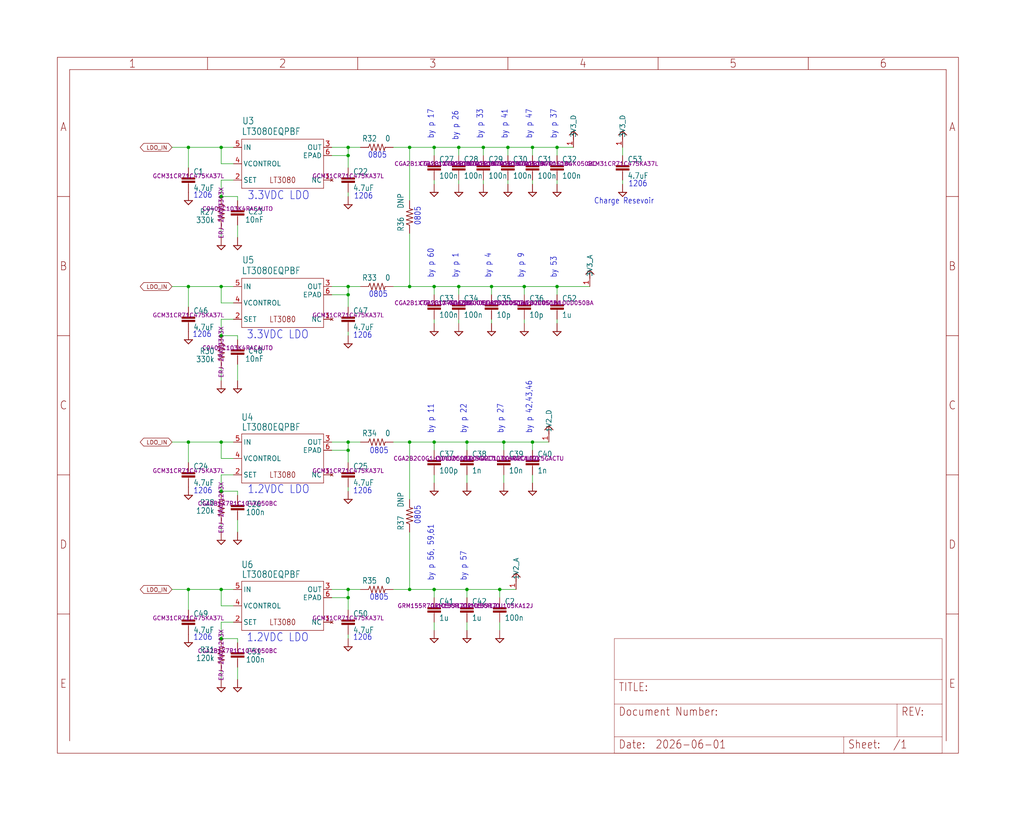
<source format=kicad_sch>
(kicad_sch (version 20250114) (generator "eeschema") (generator_version "9.0")
  (paper "User" 317.5 254.127)
  (lib_symbols
    (symbol "AR9271_eval-eagle-import:1V2_A" (power)
      (symbol "1V2_A_1_0"
        (polyline (pts (xy 0 0) (xy -1.27 -1.27)) (stroke (width 0.254)))
        (polyline (pts (xy 0 0) (xy 0 -2.54)) (stroke (width 0.254)))
        (polyline (pts (xy 0 0) (xy 1.27 -1.27)) (stroke (width 0.254)))
        (pin power_in line (at 0 -5.08 90) (length 2.54) (name "1V2_A") (number "1"))
      )
    )
    (symbol "AR9271_eval-eagle-import:1V2_D" (power)
      (symbol "1V2_D_1_0"
        (polyline (pts (xy 0 0) (xy -1.27 -1.27)) (stroke (width 0.254)))
        (polyline (pts (xy 0 0) (xy 0 -2.54)) (stroke (width 0.254)))
        (polyline (pts (xy 0 0) (xy 1.27 -1.27)) (stroke (width 0.254)))
        (pin power_in line (at 0 -5.08 90) (length 2.54) (name "1V2_D") (number "1"))
      )
    )
    (symbol "AR9271_eval-eagle-import:3V3_A" (power)
      (symbol "3V3_A_1_0"
        (polyline (pts (xy 0 0) (xy -1.27 -1.27)) (stroke (width 0.254)))
        (polyline (pts (xy 0 0) (xy 0 -2.54)) (stroke (width 0.254)))
        (polyline (pts (xy 0 0) (xy 1.27 -1.27)) (stroke (width 0.254)))
        (pin power_in line (at 0 -5.08 90) (length 2.54) (name "3V3_A") (number "1"))
      )
    )
    (symbol "AR9271_eval-eagle-import:3V3_D" (power)
      (symbol "3V3_D_1_0"
        (polyline (pts (xy 0 0) (xy -1.27 -1.27)) (stroke (width 0.254)))
        (polyline (pts (xy 0 0) (xy 0 -2.54)) (stroke (width 0.254)))
        (polyline (pts (xy 0 0) (xy 1.27 -1.27)) (stroke (width 0.254)))
        (pin power_in line (at 0 -5.08 90) (length 2.54) (name "3V3_D") (number "1"))
      )
    )
    (symbol "AR9271_eval-eagle-import:C-EU0402-B-NOSILK"
      (property "Reference" "C" (at 1.524 0.381 0))
      (symbol "C-EU0402-B-NOSILK_1_0"
        (rectangle (start -2.032 -1.016) (end 2.032 -0.508) (fill (type outline)))
        (rectangle (start -2.032 -2.032) (end 2.032 -1.524) (fill (type outline)))
        (polyline (pts (xy 0 0) (xy 0 -0.508)) (stroke (width 0.1524)))
        (polyline (pts (xy 0 -2.54) (xy 0 -2.032)) (stroke (width 0.1524)))
        (pin passive line (at 0 2.54 270) (length 2.54) (name "1") (number "1"))
        (pin passive line (at 0 -5.08 90) (length 2.54) (name "2") (number "2"))
      )
    )
    (symbol "AR9271_eval-eagle-import:FRAME_A_L"
      (symbol "FRAME_A_L_1_0"
        (polyline (pts (xy 0 215.9) (xy 279.4 215.9) (xy 279.4 0) (xy 0 0) (xy 0 215.9)))
        (polyline (pts (xy 0 172.72) (xy 3.81 172.72)))
        (polyline (pts (xy 0 129.54) (xy 3.81 129.54)))
        (polyline (pts (xy 0 86.36) (xy 3.81 86.36)))
        (polyline (pts (xy 0 43.18) (xy 3.81 43.18)))
        (polyline (pts (xy 3.81 212.09) (xy 3.81 3.81)))
        (polyline (pts (xy 46.5667 215.9) (xy 46.5667 212.09)))
        (polyline (pts (xy 93.1333 215.9) (xy 93.1333 212.09)))
        (polyline (pts (xy 139.7 215.9) (xy 139.7 212.09)))
        (polyline (pts (xy 186.2667 215.9) (xy 186.2667 212.09)))
        (polyline (pts (xy 232.8333 215.9) (xy 232.8333 212.09)))
        (polyline (pts (xy 275.59 212.09) (xy 3.81 212.09)))
        (polyline (pts (xy 275.59 212.09) (xy 275.59 3.81)))
        (polyline (pts (xy 275.59 172.72) (xy 279.4 172.72)))
        (polyline (pts (xy 275.59 129.54) (xy 279.4 129.54)))
        (polyline (pts (xy 275.59 86.36) (xy 279.4 86.36)))
        (polyline (pts (xy 275.59 43.18) (xy 279.4 43.18)))
        (text "A" (at 1.905 194.31 0) (effects (font (size 2.54 2.286))))
        (text "B" (at 1.905 151.13 0) (effects (font (size 2.54 2.286))))
        (text "C" (at 1.905 107.95 0) (effects (font (size 2.54 2.286))))
        (text "D" (at 1.905 64.77 0) (effects (font (size 2.54 2.286))))
        (text "E" (at 1.905 21.59 0) (effects (font (size 2.54 2.286))))
        (text "1" (at 23.2833 213.995 0) (effects (font (size 2.54 2.286))))
        (text "2" (at 69.85 213.995 0) (effects (font (size 2.54 2.286))))
        (text "3" (at 116.4167 213.995 0) (effects (font (size 2.54 2.286))))
        (text "4" (at 162.9833 213.995 0) (effects (font (size 2.54 2.286))))
        (text "5" (at 209.55 213.995 0) (effects (font (size 2.54 2.286))))
        (text "6" (at 256.1167 213.995 0) (effects (font (size 2.54 2.286))))
        (text "A" (at 277.495 194.31 0) (effects (font (size 2.54 2.286))))
        (text "B" (at 277.495 151.13 0) (effects (font (size 2.54 2.286))))
        (text "C" (at 277.495 107.95 0) (effects (font (size 2.54 2.286))))
        (text "D" (at 277.495 64.77 0) (effects (font (size 2.54 2.286))))
        (text "E" (at 277.495 21.59 0) (effects (font (size 2.54 2.286))))
      )
      (symbol "FRAME_A_L_2_0"
        (polyline (pts (xy 0 22.86) (xy 0 35.56)) (stroke (width 0.1016)))
        (polyline (pts (xy 0 22.86) (xy 101.6 22.86)) (stroke (width 0.1016)))
        (polyline (pts (xy 0 15.24) (xy 0 22.86)) (stroke (width 0.1016)))
        (polyline (pts (xy 0 5.08) (xy 0 15.24)) (stroke (width 0.1016)))
        (polyline (pts (xy 0 5.08) (xy 71.12 5.08)) (stroke (width 0.1016)))
        (polyline (pts (xy 0 0) (xy 0 5.08)) (stroke (width 0.1016)))
        (polyline (pts (xy 0 0) (xy 71.12 0)) (stroke (width 0.1016)))
        (polyline (pts (xy 71.12 5.08) (xy 71.12 0)) (stroke (width 0.1016)))
        (polyline (pts (xy 71.12 5.08) (xy 87.63 5.08)) (stroke (width 0.1016)))
        (polyline (pts (xy 71.12 0) (xy 101.6 0)) (stroke (width 0.1016)))
        (polyline (pts (xy 87.63 15.24) (xy 0 15.24)) (stroke (width 0.1016)))
        (polyline (pts (xy 87.63 15.24) (xy 87.63 5.08)) (stroke (width 0.1016)))
        (polyline (pts (xy 87.63 5.08) (xy 101.6 5.08)) (stroke (width 0.1016)))
        (polyline (pts (xy 101.6 35.56) (xy 0 35.56)) (stroke (width 0.1016)))
        (polyline (pts (xy 101.6 35.56) (xy 101.6 22.86)) (stroke (width 0.1016)))
        (polyline (pts (xy 101.6 22.86) (xy 101.6 15.24)) (stroke (width 0.1016)))
        (polyline (pts (xy 101.6 15.24) (xy 87.63 15.24)) (stroke (width 0.1016)))
        (polyline (pts (xy 101.6 15.24) (xy 101.6 5.08)) (stroke (width 0.1016)))
        (polyline (pts (xy 101.6 5.08) (xy 101.6 0)) (stroke (width 0.1016)))
        (text "TITLE:" (at 1.27 19.05 0) (effects (font (size 2.54 2.159)) (justify left bottom)))
        (text "Document Number:" (at 1.27 11.43 0) (effects (font (size 2.54 2.159)) (justify left bottom)))
        (text "Date:" (at 1.27 1.27 0) (effects (font (size 2.54 2.159)) (justify left bottom)))
        (text "${CURRENT_DATE}" (at 12.7 1.27 0) (effects (font (size 2.54 2.159)) (justify left bottom)))
        (text "${PROJECTNAME}" (at 17.78 19.05 0) (effects (font (size 2.54 2.159)) (justify left bottom)))
        (text "Sheet:" (at 72.39 1.27 0) (effects (font (size 2.54 2.159)) (justify left bottom)))
        (text "${#}/${##}" (at 86.36 1.27 0) (effects (font (size 2.54 2.159)) (justify left bottom)))
        (text "REV:" (at 88.9 11.43 0) (effects (font (size 2.54 2.159)) (justify left bottom)))
      )
    )
    (symbol "AR9271_eval-eagle-import:GND" (power)
      (symbol "GND_1_0"
        (polyline (pts (xy -1.27 0) (xy 1.27 0)) (stroke (width 0.254)))
        (polyline (pts (xy 0 -1.27) (xy -1.27 0)) (stroke (width 0.254)))
        (polyline (pts (xy 1.27 0) (xy 0 -1.27)) (stroke (width 0.254)))
        (pin power_in line (at 0 2.54 270) (length 2.54) (name "GND") (number "1"))
      )
    )
    (symbol "AR9271_eval-eagle-import:LT3080EQPBF"
      (property "Reference" "U" (at -5.08 12.7 0))
      (symbol "LT3080EQPBF_1_0"
        (polyline (pts (xy -12.7 7.62) (xy -12.7 -7.62)) (stroke (width 0.1524)))
        (polyline (pts (xy -12.7 -7.62) (xy 12.7 -7.62)) (stroke (width 0.1524)))
        (polyline (pts (xy 12.7 7.62) (xy -12.7 7.62)) (stroke (width 0.1524)))
        (polyline (pts (xy 12.7 -7.62) (xy 12.7 7.62)) (stroke (width 0.1524)))
        (text "LT3080" (at 0 -5.08 0) (effects (font (size 1.778 1.5113))))
        (pin power_in line (at -15.24 5.08 0) (length 2.54) (name "IN") (number "5"))
        (pin input line (at -15.24 0 0) (length 2.54) (name "VCONTROL") (number "4"))
        (pin input line (at -15.24 -5.08 0) (length 2.54) (name "SET") (number "2"))
        (pin power_in line (at 15.24 5.08 180) (length 2.54) (name "OUT") (number "3"))
        (pin power_in line (at 15.24 2.54 180) (length 2.54) (name "EPAD") (number "6"))
        (pin no_connect line (at 15.24 -5.08 180) (length 2.54) (name "NC") (number "1"))
      )
    )
    (symbol "AR9271_eval-eagle-import:R-US_0402-A-NOSILK"
      (property "Reference" "R" (at -3.81 1.4986 0))
      (symbol "R-US_0402-A-NOSILK_1_0"
        (polyline (pts (xy -2.54 0) (xy -2.159 1.016)) (stroke (width 0.2032)))
        (polyline (pts (xy -2.159 1.016) (xy -1.524 -1.016)) (stroke (width 0.2032)))
        (polyline (pts (xy -1.524 -1.016) (xy -0.889 1.016)) (stroke (width 0.2032)))
        (polyline (pts (xy -0.889 1.016) (xy -0.254 -1.016)) (stroke (width 0.2032)))
        (polyline (pts (xy -0.254 -1.016) (xy 0.381 1.016)) (stroke (width 0.2032)))
        (polyline (pts (xy 0.381 1.016) (xy 1.016 -1.016)) (stroke (width 0.2032)))
        (polyline (pts (xy 1.016 -1.016) (xy 1.651 1.016)) (stroke (width 0.2032)))
        (polyline (pts (xy 1.651 1.016) (xy 2.286 -1.016)) (stroke (width 0.2032)))
        (polyline (pts (xy 2.286 -1.016) (xy 2.54 0)) (stroke (width 0.2032)))
        (pin passive line (at -5.08 0 0) (length 2.54) (name "1") (number "1"))
        (pin passive line (at 5.08 0 180) (length 2.54) (name "2") (number "2"))
      )
    )
    (symbol "AR9271_eval-eagle-import:R-US_0805-B"
      (property "Reference" "R" (at -3.81 1.4986 0))
      (symbol "R-US_0805-B_1_0"
        (polyline (pts (xy -2.54 0) (xy -2.159 1.016)) (stroke (width 0.2032)))
        (polyline (pts (xy -2.159 1.016) (xy -1.524 -1.016)) (stroke (width 0.2032)))
        (polyline (pts (xy -1.524 -1.016) (xy -0.889 1.016)) (stroke (width 0.2032)))
        (polyline (pts (xy -0.889 1.016) (xy -0.254 -1.016)) (stroke (width 0.2032)))
        (polyline (pts (xy -0.254 -1.016) (xy 0.381 1.016)) (stroke (width 0.2032)))
        (polyline (pts (xy 0.381 1.016) (xy 1.016 -1.016)) (stroke (width 0.2032)))
        (polyline (pts (xy 1.016 -1.016) (xy 1.651 1.016)) (stroke (width 0.2032)))
        (polyline (pts (xy 1.651 1.016) (xy 2.286 -1.016)) (stroke (width 0.2032)))
        (polyline (pts (xy 2.286 -1.016) (xy 2.54 0)) (stroke (width 0.2032)))
        (pin passive line (at -5.08 0 0) (length 2.54) (name "1") (number "1"))
        (pin passive line (at 5.08 0 180) (length 2.54) (name "2") (number "2"))
      )
    )
    (symbol "AR9271_eval-eagle-import:rcl_334_C-EUC1206"
      (property "Reference" "C" (at 1.524 0.381 0))
      (symbol "rcl_334_C-EUC1206_1_0"
        (rectangle (start -2.032 -1.016) (end 2.032 -0.508) (fill (type outline)))
        (rectangle (start -2.032 -2.032) (end 2.032 -1.524) (fill (type outline)))
        (polyline (pts (xy 0 0) (xy 0 -0.508)) (stroke (width 0.1524)))
        (polyline (pts (xy 0 -2.54) (xy 0 -2.032)) (stroke (width 0.1524)))
        (pin passive line (at 0 2.54 270) (length 2.54) (name "1") (number "1"))
        (pin passive line (at 0 -5.08 90) (length 2.54) (name "2") (number "2"))
      )
    )
  )
  (text "by p 11" (at 134.62 134.62 90) (effects (font (size 1.778 1.5113)) (justify left bottom)))
  (text "1206" (at 59.944 153.416 0) (effects (font (size 1.778 1.5113)) (justify left bottom)))
  (text "by p 4" (at 152.4 86.36 90) (effects (font (size 1.778 1.5113)) (justify left bottom)))
  (text "by p 33" (at 149.86 43.18 90) (effects (font (size 1.778 1.5113)) (justify left bottom)))
  (text "by p 57" (at 144.78 180.34 90) (effects (font (size 1.778 1.5113)) (justify left bottom)))
  (text "by p 17" (at 134.62 43.18 90) (effects (font (size 1.778 1.5113)) (justify left bottom)))
  (text "1206" (at 109.474 198.882 0) (effects (font (size 1.778 1.5113)) (justify left bottom)))
  (text "by p 1" (at 142.24 86.36 90) (effects (font (size 1.778 1.5113)) (justify left bottom)))
  (text "by p 56, 59,61" (at 134.62 180.34 90) (effects (font (size 1.778 1.5113)) (justify left bottom)))
  (text "3.3VDC LDO" (at 76.708 62.23 0) (effects (font (size 2.54 2.159)) (justify left bottom)))
  (text "by p 60" (at 134.62 86.36 90) (effects (font (size 1.778 1.5113)) (justify left bottom)))
  (text "0805" (at 114.046 49.276 0) (effects (font (size 1.778 1.5113)) (justify left bottom)))
  (text "1206" (at 59.944 198.882 0) (effects (font (size 1.778 1.5113)) (justify left bottom)))
  (text "1206" (at 59.69 104.902 0) (effects (font (size 1.778 1.5113)) (justify left bottom)))
  (text "1.2VDC LDO" (at 76.708 153.416 0) (effects (font (size 2.54 2.159)) (justify left bottom)))
  (text "0805" (at 114.554 186.436 0) (effects (font (size 1.778 1.5113)) (justify left bottom)))
  (text "by p 42,43,46" (at 165.1 134.62 90) (effects (font (size 1.778 1.5113)) (justify left bottom)))
  (text "1206" (at 59.944 61.722 0) (effects (font (size 1.778 1.5113)) (justify left bottom)))
  (text "1206" (at 109.474 153.416 0) (effects (font (size 1.778 1.5113)) (justify left bottom)))
  (text "1.2VDC LDO" (at 76.454 199.39 0) (effects (font (size 2.54 2.159)) (justify left bottom)))
  (text "by p 9" (at 162.56 86.36 90) (effects (font (size 1.778 1.5113)) (justify left bottom)))
  (text "by p 47" (at 165.1 43.18 90) (effects (font (size 1.778 1.5113)) (justify left bottom)))
  (text "3.3VDC LDO" (at 76.454 105.41 0) (effects (font (size 2.54 2.159)) (justify left bottom)))
  (text "1206" (at 194.818 58.166 0) (effects (font (size 1.778 1.5113)) (justify left bottom)))
  (text "1206" (at 109.728 61.976 0) (effects (font (size 1.778 1.5113)) (justify left bottom)))
  (text "1206" (at 109.474 105.156 0) (effects (font (size 1.778 1.5113)) (justify left bottom)))
  (text "by p 37" (at 172.72 43.18 90) (effects (font (size 1.778 1.5113)) (justify left bottom)))
  (text "Charge Resevoir" (at 184.15 63.5 0) (effects (font (size 1.778 1.5113)) (justify left bottom)))
  (text "0805" (at 114.3 92.456 0) (effects (font (size 1.778 1.5113)) (justify left bottom)))
  (text "by p 27" (at 156.21 134.62 90) (effects (font (size 1.778 1.5113)) (justify left bottom)))
  (text "by 53" (at 172.72 86.36 90) (effects (font (size 1.778 1.5113)) (justify left bottom)))
  (text "by p 22" (at 144.78 134.62 90) (effects (font (size 1.778 1.5113)) (justify left bottom)))
  (text "0805" (at 114.554 140.97 0) (effects (font (size 1.778 1.5113)) (justify left bottom)))
  (text "by p 26" (at 142.24 43.688 90) (effects (font (size 1.778 1.5113)) (justify left bottom)))
  (text "0805" (at 130.556 70.104 90) (effects (font (size 1.778 1.5113)) (justify left bottom)))
  (text "0805" (at 130.556 162.814 90) (effects (font (size 1.778 1.5113)) (justify left bottom)))
  (text "by p 41" (at 157.48 43.18 90) (effects (font (size 1.778 1.5113)) (justify left bottom)))
  (junction (at 107.95 182.88))
  (junction (at 142.24 45.72))
  (junction (at 127 88.9))
  (junction (at 134.62 88.9))
  (junction (at 68.58 60.96))
  (junction (at 107.95 139.7))
  (junction (at 144.78 137.16))
  (junction (at 152.4 88.9))
  (junction (at 134.62 137.16))
  (junction (at 68.58 182.88))
  (junction (at 68.58 45.72))
  (junction (at 68.58 152.4))
  (junction (at 172.72 88.9))
  (junction (at 107.95 45.72))
  (junction (at 107.95 48.26))
  (junction (at 134.62 182.88))
  (junction (at 127 137.16))
  (junction (at 58.42 45.72))
  (junction (at 58.42 137.16))
  (junction (at 58.42 88.9))
  (junction (at 107.95 91.44))
  (junction (at 162.56 88.9))
  (junction (at 127 182.88))
  (junction (at 134.62 45.72))
  (junction (at 68.58 88.9))
  (junction (at 68.58 137.16))
  (junction (at 68.58 198.12))
  (junction (at 165.1 137.16))
  (junction (at 142.24 88.9))
  (junction (at 172.72 45.72))
  (junction (at 156.21 137.16))
  (junction (at 149.86 45.72))
  (junction (at 58.42 182.88))
  (junction (at 165.1 45.72))
  (junction (at 144.78 182.88))
  (junction (at 107.95 137.16))
  (junction (at 68.58 104.14))
  (junction (at 107.95 185.42))
  (junction (at 107.95 88.9))
  (junction (at 127 45.72))
  (junction (at 157.48 45.72))
  (junction (at 154.94 182.88))
  (wire (pts (xy 127 88.9) (xy 127 72.39)) (stroke (width 0.1524)))
  (wire (pts (xy 134.62 182.88) (xy 144.78 182.88)) (stroke (width 0.1524)))
  (wire (pts (xy 73.66 104.14) (xy 68.58 104.14)) (stroke (width 0.1524)))
  (wire (pts (xy 172.72 91.44) (xy 172.72 88.9)) (stroke (width 0.1524)))
  (wire (pts (xy 134.62 55.88) (xy 134.62 57.15)) (stroke (width 0.1524)))
  (wire (pts (xy 172.72 55.88) (xy 172.72 57.15)) (stroke (width 0.1524)))
  (wire (pts (xy 107.95 60.96) (xy 107.95 59.69)) (stroke (width 0.1524)))
  (wire (pts (xy 172.72 48.26) (xy 172.72 45.72)) (stroke (width 0.1524)))
  (wire (pts (xy 165.1 55.88) (xy 165.1 57.15)) (stroke (width 0.1524)))
  (wire (pts (xy 134.62 195.58) (xy 134.62 193.04)) (stroke (width 0.1524)))
  (wire (pts (xy 154.94 195.58) (xy 154.94 193.04)) (stroke (width 0.1524)))
  (wire (pts (xy 142.24 48.26) (xy 142.24 45.72)) (stroke (width 0.1524)))
  (wire (pts (xy 162.56 100.33) (xy 162.56 99.06)) (stroke (width 0.1524)))
  (wire (pts (xy 102.87 45.72) (xy 107.95 45.72)) (stroke (width 0.1524)))
  (wire (pts (xy 134.62 88.9) (xy 142.24 88.9)) (stroke (width 0.1524)))
  (wire (pts (xy 68.58 142.24) (xy 72.39 142.24)) (stroke (width 0.1524)))
  (wire (pts (xy 156.21 139.7) (xy 156.21 137.16)) (stroke (width 0.1524)))
  (wire (pts (xy 73.66 113.03) (xy 73.66 118.11)) (stroke (width 0.1524)))
  (wire (pts (xy 68.58 99.06) (xy 68.58 104.14)) (stroke (width 0.1524)))
  (wire (pts (xy 68.58 45.72) (xy 68.58 50.8)) (stroke (width 0.1524)))
  (wire (pts (xy 127 165.1) (xy 127 182.88)) (stroke (width 0.1524)))
  (wire (pts (xy 73.66 60.96) (xy 68.58 60.96)) (stroke (width 0.1524)))
  (wire (pts (xy 102.87 88.9) (xy 107.95 88.9)) (stroke (width 0.1524)))
  (wire (pts (xy 154.94 182.88) (xy 144.78 182.88)) (stroke (width 0.1524)))
  (wire (pts (xy 68.58 193.04) (xy 68.58 198.12)) (stroke (width 0.1524)))
  (wire (pts (xy 157.48 48.26) (xy 157.48 45.72)) (stroke (width 0.1524)))
  (wire (pts (xy 68.58 182.88) (xy 68.58 187.96)) (stroke (width 0.1524)))
  (wire (pts (xy 107.95 137.16) (xy 111.76 137.16)) (stroke (width 0.1524)))
  (wire (pts (xy 102.87 48.26) (xy 107.95 48.26)) (stroke (width 0.1524)))
  (wire (pts (xy 134.62 91.44) (xy 134.62 88.9)) (stroke (width 0.1524)))
  (wire (pts (xy 72.39 45.72) (xy 68.58 45.72)) (stroke (width 0.1524)))
  (wire (pts (xy 73.66 199.39) (xy 73.66 198.12)) (stroke (width 0.1524)))
  (wire (pts (xy 134.62 185.42) (xy 134.62 182.88)) (stroke (width 0.1524)))
  (wire (pts (xy 107.95 104.14) (xy 107.95 102.87)) (stroke (width 0.1524)))
  (wire (pts (xy 68.58 147.32) (xy 68.58 152.4)) (stroke (width 0.1524)))
  (wire (pts (xy 144.78 193.04) (xy 144.78 195.58)) (stroke (width 0.1524)))
  (wire (pts (xy 193.04 57.15) (xy 193.04 55.88)) (stroke (width 0.1524)))
  (wire (pts (xy 142.24 55.88) (xy 142.24 57.15)) (stroke (width 0.1524)))
  (wire (pts (xy 73.66 69.85) (xy 73.66 73.66)) (stroke (width 0.1524)))
  (wire (pts (xy 58.42 52.07) (xy 58.42 45.72)) (stroke (width 0.1524)))
  (wire (pts (xy 102.87 91.44) (xy 107.95 91.44)) (stroke (width 0.1524)))
  (wire (pts (xy 142.24 91.44) (xy 142.24 88.9)) (stroke (width 0.1524)))
  (wire (pts (xy 144.78 137.16) (xy 156.21 137.16)) (stroke (width 0.1524)))
  (wire (pts (xy 149.86 48.26) (xy 149.86 45.72)) (stroke (width 0.1524)))
  (wire (pts (xy 121.92 88.9) (xy 127 88.9)) (stroke (width 0.1524)))
  (wire (pts (xy 177.8 45.72) (xy 172.72 45.72)) (stroke (width 0.1524)))
  (wire (pts (xy 107.95 52.07) (xy 107.95 48.26)) (stroke (width 0.1524)))
  (wire (pts (xy 58.42 95.25) (xy 58.42 88.9)) (stroke (width 0.1524)))
  (wire (pts (xy 73.66 198.12) (xy 68.58 198.12)) (stroke (width 0.1524)))
  (wire (pts (xy 73.66 207.01) (xy 73.66 210.82)) (stroke (width 0.1524)))
  (wire (pts (xy 73.66 62.23) (xy 73.66 60.96)) (stroke (width 0.1524)))
  (wire (pts (xy 72.39 182.88) (xy 68.58 182.88)) (stroke (width 0.1524)))
  (wire (pts (xy 156.21 137.16) (xy 165.1 137.16)) (stroke (width 0.1524)))
  (wire (pts (xy 107.95 139.7) (xy 107.95 137.16)) (stroke (width 0.1524)))
  (wire (pts (xy 107.95 88.9) (xy 111.76 88.9)) (stroke (width 0.1524)))
  (wire (pts (xy 182.88 88.9) (xy 172.72 88.9)) (stroke (width 0.1524)))
  (wire (pts (xy 156.21 149.86) (xy 156.21 147.32)) (stroke (width 0.1524)))
  (wire (pts (xy 127 154.94) (xy 127 137.16)) (stroke (width 0.1524)))
  (wire (pts (xy 152.4 88.9) (xy 162.56 88.9)) (stroke (width 0.1524)))
  (wire (pts (xy 149.86 45.72) (xy 157.48 45.72)) (stroke (width 0.1524)))
  (wire (pts (xy 127 182.88) (xy 134.62 182.88)) (stroke (width 0.1524)))
  (wire (pts (xy 127 88.9) (xy 134.62 88.9)) (stroke (width 0.1524)))
  (wire (pts (xy 58.42 189.23) (xy 58.42 182.88)) (stroke (width 0.1524)))
  (wire (pts (xy 68.58 45.72) (xy 58.42 45.72)) (stroke (width 0.1524)))
  (wire (pts (xy 121.92 182.88) (xy 127 182.88)) (stroke (width 0.1524)))
  (wire (pts (xy 58.42 88.9) (xy 53.34 88.9)) (stroke (width 0.1524)))
  (wire (pts (xy 107.95 91.44) (xy 107.95 88.9)) (stroke (width 0.1524)))
  (wire (pts (xy 68.58 88.9) (xy 68.58 93.98)) (stroke (width 0.1524)))
  (wire (pts (xy 68.58 187.96) (xy 72.39 187.96)) (stroke (width 0.1524)))
  (wire (pts (xy 193.04 45.72) (xy 193.04 48.26)) (stroke (width 0.1524)))
  (wire (pts (xy 165.1 45.72) (xy 172.72 45.72)) (stroke (width 0.1524)))
  (wire (pts (xy 72.39 55.88) (xy 68.58 55.88)) (stroke (width 0.1524)))
  (wire (pts (xy 107.95 152.4) (xy 107.95 151.13)) (stroke (width 0.1524)))
  (wire (pts (xy 107.95 185.42) (xy 107.95 182.88)) (stroke (width 0.1524)))
  (wire (pts (xy 162.56 88.9) (xy 162.56 91.44)) (stroke (width 0.1524)))
  (wire (pts (xy 142.24 45.72) (xy 149.86 45.72)) (stroke (width 0.1524)))
  (wire (pts (xy 134.62 45.72) (xy 142.24 45.72)) (stroke (width 0.1524)))
  (wire (pts (xy 134.62 48.26) (xy 134.62 45.72)) (stroke (width 0.1524)))
  (wire (pts (xy 144.78 147.32) (xy 144.78 149.86)) (stroke (width 0.1524)))
  (wire (pts (xy 160.02 182.88) (xy 154.94 182.88)) (stroke (width 0.1524)))
  (wire (pts (xy 165.1 48.26) (xy 165.1 45.72)) (stroke (width 0.1524)))
  (wire (pts (xy 149.86 55.88) (xy 149.86 57.15)) (stroke (width 0.1524)))
  (wire (pts (xy 152.4 91.44) (xy 152.4 88.9)) (stroke (width 0.1524)))
  (wire (pts (xy 165.1 139.7) (xy 165.1 137.16)) (stroke (width 0.1524)))
  (wire (pts (xy 102.87 139.7) (xy 107.95 139.7)) (stroke (width 0.1524)))
  (wire (pts (xy 68.58 88.9) (xy 58.42 88.9)) (stroke (width 0.1524)))
  (wire (pts (xy 68.58 182.88) (xy 58.42 182.88)) (stroke (width 0.1524)))
  (wire (pts (xy 157.48 55.88) (xy 157.48 57.15)) (stroke (width 0.1524)))
  (wire (pts (xy 107.95 45.72) (xy 111.76 45.72)) (stroke (width 0.1524)))
  (wire (pts (xy 170.18 137.16) (xy 165.1 137.16)) (stroke (width 0.1524)))
  (wire (pts (xy 68.58 137.16) (xy 68.58 142.24)) (stroke (width 0.1524)))
  (wire (pts (xy 107.95 189.23) (xy 107.95 185.42)) (stroke (width 0.1524)))
  (wire (pts (xy 72.39 88.9) (xy 68.58 88.9)) (stroke (width 0.1524)))
  (wire (pts (xy 72.39 147.32) (xy 68.58 147.32)) (stroke (width 0.1524)))
  (wire (pts (xy 58.42 143.51) (xy 58.42 137.16)) (stroke (width 0.1524)))
  (wire (pts (xy 142.24 88.9) (xy 152.4 88.9)) (stroke (width 0.1524)))
  (wire (pts (xy 107.95 95.25) (xy 107.95 91.44)) (stroke (width 0.1524)))
  (wire (pts (xy 68.58 165.1) (xy 68.58 162.56)) (stroke (width 0.1524)))
  (wire (pts (xy 107.95 182.88) (xy 111.76 182.88)) (stroke (width 0.1524)))
  (wire (pts (xy 121.92 137.16) (xy 127 137.16)) (stroke (width 0.1524)))
  (wire (pts (xy 121.92 45.72) (xy 127 45.72)) (stroke (width 0.1524)))
  (wire (pts (xy 157.48 45.72) (xy 165.1 45.72)) (stroke (width 0.1524)))
  (wire (pts (xy 58.42 182.88) (xy 53.34 182.88)) (stroke (width 0.1524)))
  (wire (pts (xy 102.87 185.42) (xy 107.95 185.42)) (stroke (width 0.1524)))
  (wire (pts (xy 172.72 100.33) (xy 172.72 99.06)) (stroke (width 0.1524)))
  (wire (pts (xy 72.39 99.06) (xy 68.58 99.06)) (stroke (width 0.1524)))
  (wire (pts (xy 172.72 88.9) (xy 162.56 88.9)) (stroke (width 0.1524)))
  (wire (pts (xy 68.58 137.16) (xy 58.42 137.16)) (stroke (width 0.1524)))
  (wire (pts (xy 68.58 50.8) (xy 72.39 50.8)) (stroke (width 0.1524)))
  (wire (pts (xy 68.58 55.88) (xy 68.58 60.96)) (stroke (width 0.1524)))
  (wire (pts (xy 102.87 137.16) (xy 107.95 137.16)) (stroke (width 0.1524)))
  (wire (pts (xy 58.42 137.16) (xy 53.34 137.16)) (stroke (width 0.1524)))
  (wire (pts (xy 134.62 139.7) (xy 134.62 137.16)) (stroke (width 0.1524)))
  (wire (pts (xy 58.42 45.72) (xy 53.34 45.72)) (stroke (width 0.1524)))
  (wire (pts (xy 154.94 185.42) (xy 154.94 182.88)) (stroke (width 0.1524)))
  (wire (pts (xy 68.58 93.98) (xy 72.39 93.98)) (stroke (width 0.1524)))
  (wire (pts (xy 107.95 48.26) (xy 107.95 45.72)) (stroke (width 0.1524)))
  (wire (pts (xy 68.58 73.66) (xy 68.58 71.12)) (stroke (width 0.1524)))
  (wire (pts (xy 107.95 198.12) (xy 107.95 196.85)) (stroke (width 0.1524)))
  (wire (pts (xy 73.66 153.67) (xy 73.66 152.4)) (stroke (width 0.1524)))
  (wire (pts (xy 107.95 143.51) (xy 107.95 139.7)) (stroke (width 0.1524)))
  (wire (pts (xy 73.66 105.41) (xy 73.66 104.14)) (stroke (width 0.1524)))
  (wire (pts (xy 134.62 100.33) (xy 134.62 99.06)) (stroke (width 0.1524)))
  (wire (pts (xy 142.24 99.06) (xy 142.24 100.33)) (stroke (width 0.1524)))
  (wire (pts (xy 73.66 161.29) (xy 73.66 165.1)) (stroke (width 0.1524)))
  (wire (pts (xy 152.4 100.33) (xy 152.4 99.06)) (stroke (width 0.1524)))
  (wire (pts (xy 72.39 137.16) (xy 68.58 137.16)) (stroke (width 0.1524)))
  (wire (pts (xy 127 137.16) (xy 134.62 137.16)) (stroke (width 0.1524)))
  (wire (pts (xy 144.78 139.7) (xy 144.78 137.16)) (stroke (width 0.1524)))
  (wire (pts (xy 73.66 152.4) (xy 68.58 152.4)) (stroke (width 0.1524)))
  (wire (pts (xy 127 45.72) (xy 134.62 45.72)) (stroke (width 0.1524)))
  (wire (pts (xy 144.78 182.88) (xy 144.78 185.42)) (stroke (width 0.1524)))
  (wire (pts (xy 165.1 147.32) (xy 165.1 149.86)) (stroke (width 0.1524)))
  (wire (pts (xy 134.62 137.16) (xy 144.78 137.16)) (stroke (width 0.1524)))
  (wire (pts (xy 127 62.23) (xy 127 45.72)) (stroke (width 0.1524)))
  (wire (pts (xy 134.62 149.86) (xy 134.62 147.32)) (stroke (width 0.1524)))
  (wire (pts (xy 68.58 118.11) (xy 68.58 114.3)) (stroke (width 0.1524)))
  (wire (pts (xy 102.87 182.88) (xy 107.95 182.88)) (stroke (width 0.1524)))
  (wire (pts (xy 72.39 193.04) (xy 68.58 193.04)) (stroke (width 0.1524)))
  (wire (pts (xy 68.58 210.82) (xy 68.58 208.28)) (stroke (width 0.1524)))
  (global_label "LDO_IN" (shape bidirectional) (at 53.34 137.16 180) (effects (font (size 1.2446 1.2446))) (property "Intersheetrefs" "${INTERSHEET_REFS}" (effects (hide yes))))
  (global_label "LDO_IN" (shape bidirectional) (at 53.34 45.72 180) (effects (font (size 1.2446 1.2446))) (property "Intersheetrefs" "${INTERSHEET_REFS}" (effects (hide yes))))
  (global_label "LDO_IN" (shape bidirectional) (at 53.34 182.88 180) (effects (font (size 1.2446 1.2446))) (property "Intersheetrefs" "${INTERSHEET_REFS}" (effects (hide yes))))
  (global_label "LDO_IN" (shape bidirectional) (at 53.34 88.9 180) (effects (font (size 1.2446 1.2446))) (property "Intersheetrefs" "${INTERSHEET_REFS}" (effects (hide yes))))
  (symbol (lib_id "AR9271_eval-eagle-import:rcl_334_C-EUC1206") (at 193.04 50.8 0) (unit 1)
    (property "Reference" "C53" (at 194.564 50.419 0) (effects (font (size 1.778 1.5113)) (justify left bottom)))
    (property "Value" "4.7uF" (at 194.564 55.499 0) (effects (font (size 1.778 1.5113)) (justify left bottom)))
    (property "Footprint" "AR9271_eval:C1206" (effects (hide yes)))
    (property "MPN" "GCM31CR71C475KA37L" (at 193.04 50.8 0))
  )
  (symbol (lib_id "AR9271_eval-eagle-import:LT3080EQPBF") (at 87.63 93.98 0) (unit 1)
    (property "Reference" "U5" (at 75.0316 81.8134 0) (effects (font (size 2.0828 1.7703)) (justify left bottom)))
    (property "Value" "LT3080EQPBF" (at 74.9046 85.1154 0) (effects (font (size 2.0828 1.7703)) (justify left bottom)))
    (property "Footprint" "AR9271_eval:DDPAK-5_Q" (effects (hide yes)))
  )
  (symbol (lib_id "AR9271_eval-eagle-import:GND") (at 142.24 59.69 0) (unit 1)
    (property "Reference" "#SUPPLY52" (effects (hide yes)))
    (property "Value" "GND" (effects (hide yes)))
  )
  (symbol (lib_id "AR9271_eval-eagle-import:C-EU0402-B-NOSILK") (at 142.24 50.8 0) (unit 1)
    (property "Reference" "C28" (at 143.764 50.419 0) (effects (font (size 1.778 1.5113)) (justify left bottom)))
    (property "Value" "100n" (at 143.764 55.499 0) (effects (font (size 1.778 1.5113)) (justify left bottom)))
    (property "Footprint" "AR9271_eval:.0402-B-NOSILK" (effects (hide yes)))
    (property "MPN" "CGA2B1X7R1C104K050BC" (at 142.24 50.8 0))
  )
  (symbol (lib_id "AR9271_eval-eagle-import:R-US_0402-A-NOSILK") (at 68.58 109.22 90) (unit 1)
    (property "Reference" "R30" (at 66.5734 107.95 90) (effects (font (size 1.778 1.5113)) (justify left bottom)))
    (property "Value" "330k" (at 66.548 110.49 90) (effects (font (size 1.778 1.5113)) (justify left bottom)))
    (property "Footprint" "AR9271_eval:.0402-A-NOSILK" (effects (hide yes)))
    (property "MPN" "ERJ-2RKF3303X" (at 68.58 109.22 0))
  )
  (symbol (lib_id "AR9271_eval-eagle-import:C-EU0402-B-NOSILK") (at 144.78 142.24 0) (unit 1)
    (property "Reference" "C38" (at 146.304 141.859 0) (effects (font (size 1.778 1.5113)) (justify left bottom)))
    (property "Value" "1n" (at 146.304 146.939 0) (effects (font (size 1.778 1.5113)) (justify left bottom)))
    (property "Footprint" "AR9271_eval:.0402-B-NOSILK" (effects (hide yes)))
    (property "MPN" "C0402C102K5GACTU" (at 144.78 142.24 0))
  )
  (symbol (lib_id "AR9271_eval-eagle-import:R-US_0805-B") (at 116.84 45.72 0) (unit 1)
    (property "Reference" "R32" (at 112.268 43.9674 0) (effects (font (size 1.778 1.5113)) (justify left bottom)))
    (property "Value" "0" (at 119.38 43.942 0) (effects (font (size 1.778 1.5113)) (justify left bottom)))
    (property "Footprint" "AR9271_eval:.0805-B" (effects (hide yes)))
    (property "MPN" "ERJ-6GEY0R00V" (effects (hide yes)))
  )
  (symbol (lib_id "AR9271_eval-eagle-import:GND") (at 134.62 102.87 0) (unit 1)
    (property "Reference" "#SUPPLY57" (effects (hide yes)))
    (property "Value" "GND" (effects (hide yes)))
  )
  (symbol (lib_id "AR9271_eval-eagle-import:GND") (at 172.72 102.87 0) (unit 1)
    (property "Reference" "#SUPPLY79" (effects (hide yes)))
    (property "Value" "GND" (effects (hide yes)))
  )
  (symbol (lib_id "AR9271_eval-eagle-import:rcl_334_C-EUC1206") (at 107.95 54.61 0) (unit 1)
    (property "Reference" "C22" (at 109.474 54.229 0) (effects (font (size 1.778 1.5113)) (justify left bottom)))
    (property "Value" "4.7uF" (at 109.474 59.309 0) (effects (font (size 1.778 1.5113)) (justify left bottom)))
    (property "Footprint" "AR9271_eval:C1206" (effects (hide yes)))
    (property "MPN" "GCM31CR71C475KA37L" (at 107.95 54.61 0))
  )
  (symbol (lib_id "AR9271_eval-eagle-import:rcl_334_C-EUC1206") (at 58.42 191.77 0) (unit 1)
    (property "Reference" "C49" (at 59.944 191.389 0) (effects (font (size 1.778 1.5113)) (justify left bottom)))
    (property "Value" "4.7uF" (at 59.944 196.469 0) (effects (font (size 1.778 1.5113)) (justify left bottom)))
    (property "Footprint" "AR9271_eval:C1206" (effects (hide yes)))
    (property "MPN" "GCM31CR71C475KA37L" (at 58.42 191.77 0))
  )
  (symbol (lib_id "AR9271_eval-eagle-import:GND") (at 68.58 213.36 0) (unit 1)
    (property "Reference" "#SUPPLY77" (effects (hide yes)))
    (property "Value" "GND" (effects (hide yes)))
  )
  (symbol (lib_id "AR9271_eval-eagle-import:GND") (at 149.86 59.69 0) (unit 1)
    (property "Reference" "#SUPPLY53" (effects (hide yes)))
    (property "Value" "GND" (effects (hide yes)))
  )
  (symbol (lib_id "AR9271_eval-eagle-import:GND") (at 68.58 167.64 0) (unit 1)
    (property "Reference" "#SUPPLY45" (effects (hide yes)))
    (property "Value" "GND" (effects (hide yes)))
  )
  (symbol (lib_id "AR9271_eval-eagle-import:C-EU0402-B-NOSILK") (at 134.62 93.98 0) (unit 1)
    (property "Reference" "C33" (at 136.144 93.599 0) (effects (font (size 1.778 1.5113)) (justify left bottom)))
    (property "Value" "100n" (at 136.144 98.679 0) (effects (font (size 1.778 1.5113)) (justify left bottom)))
    (property "Footprint" "AR9271_eval:.0402-B-NOSILK" (effects (hide yes)))
    (property "MPN" "CGA2B1X7R1C104K050BC" (at 134.62 93.98 0))
  )
  (symbol (lib_id "AR9271_eval-eagle-import:GND") (at 172.72 59.69 0) (unit 1)
    (property "Reference" "#SUPPLY56" (effects (hide yes)))
    (property "Value" "GND" (effects (hide yes)))
  )
  (symbol (lib_id "AR9271_eval-eagle-import:C-EU0402-B-NOSILK") (at 134.62 142.24 0) (unit 1)
    (property "Reference" "C37" (at 136.144 141.859 0) (effects (font (size 1.778 1.5113)) (justify left bottom)))
    (property "Value" "100p" (at 136.144 146.939 0) (effects (font (size 1.778 1.5113)) (justify left bottom)))
    (property "Footprint" "AR9271_eval:.0402-B-NOSILK" (effects (hide yes)))
    (property "MPN" "CGA2B2C0G1H101J050BA " (at 134.62 142.24 0))
  )
  (symbol (lib_id "AR9271_eval-eagle-import:FRAME_A_L") (at 190.5 233.68 0) (unit 2)
    (property "Reference" "#FRAME3" (effects (hide yes)))
    (property "Value" "FRAME_A_L" (effects (hide yes)))
  )
  (symbol (lib_id "AR9271_eval-eagle-import:GND") (at 107.95 106.68 0) (unit 1)
    (property "Reference" "#SUPPLY47" (effects (hide yes)))
    (property "Value" "GND" (effects (hide yes)))
  )
  (symbol (lib_id "AR9271_eval-eagle-import:C-EU0402-B-NOSILK") (at 165.1 142.24 0) (unit 1)
    (property "Reference" "C40" (at 166.624 141.859 0) (effects (font (size 1.778 1.5113)) (justify left bottom)))
    (property "Value" "1n" (at 166.624 146.939 0) (effects (font (size 1.778 1.5113)) (justify left bottom)))
    (property "Footprint" "AR9271_eval:.0402-B-NOSILK" (effects (hide yes)))
    (property "MPN" "C0402C102K5GACTU" (at 165.1 142.24 0))
  )
  (symbol (lib_id "AR9271_eval-eagle-import:C-EU0402-B-NOSILK") (at 172.72 93.98 0) (unit 1)
    (property "Reference" "C52" (at 174.244 93.599 0) (effects (font (size 1.778 1.5113)) (justify left bottom)))
    (property "Value" "1u" (at 174.244 98.679 0) (effects (font (size 1.778 1.5113)) (justify left bottom)))
    (property "Footprint" "AR9271_eval:.0402-B-NOSILK" (effects (hide yes)))
    (property "MPN" "CGA2B2C0G1H100D050BA  " (at 172.72 93.98 0))
  )
  (symbol (lib_id "AR9271_eval-eagle-import:FRAME_A_L") (at 17.78 233.68 0) (unit 1)
    (property "Reference" "#FRAME3" (effects (hide yes)))
    (property "Value" "FRAME_A_L" (effects (hide yes)))
  )
  (symbol (lib_id "AR9271_eval-eagle-import:GND") (at 73.66 213.36 0) (unit 1)
    (property "Reference" "#SUPPLY78" (effects (hide yes)))
    (property "Value" "GND" (effects (hide yes)))
  )
  (symbol (lib_id "AR9271_eval-eagle-import:GND") (at 58.42 153.67 0) (unit 1)
    (property "Reference" "#SUPPLY44" (effects (hide yes)))
    (property "Value" "GND" (effects (hide yes)))
  )
  (symbol (lib_id "AR9271_eval-eagle-import:C-EU0402-B-NOSILK") (at 142.24 93.98 0) (unit 1)
    (property "Reference" "C34" (at 143.764 93.599 0) (effects (font (size 1.778 1.5113)) (justify left bottom)))
    (property "Value" "100n" (at 143.764 98.679 0) (effects (font (size 1.778 1.5113)) (justify left bottom)))
    (property "Footprint" "AR9271_eval:.0402-B-NOSILK" (effects (hide yes)))
    (property "MPN" "CGA2B1X7R1C104K050BC" (at 142.24 93.98 0))
  )
  (symbol (lib_id "AR9271_eval-eagle-import:GND") (at 58.42 62.23 0) (unit 1)
    (property "Reference" "#SUPPLY40" (effects (hide yes)))
    (property "Value" "GND" (effects (hide yes)))
  )
  (symbol (lib_id "AR9271_eval-eagle-import:GND") (at 142.24 102.87 0) (unit 1)
    (property "Reference" "#SUPPLY58" (effects (hide yes)))
    (property "Value" "GND" (effects (hide yes)))
  )
  (symbol (lib_id "AR9271_eval-eagle-import:rcl_334_C-EUC1206") (at 107.95 97.79 0) (unit 1)
    (property "Reference" "C47" (at 109.474 97.409 0) (effects (font (size 1.778 1.5113)) (justify left bottom)))
    (property "Value" "4.7uF" (at 109.474 102.489 0) (effects (font (size 1.778 1.5113)) (justify left bottom)))
    (property "Footprint" "AR9271_eval:C1206" (effects (hide yes)))
    (property "MPN" "GCM31CR71C475KA37L" (at 107.95 97.79 0))
  )
  (symbol (lib_id "AR9271_eval-eagle-import:C-EU0402-B-NOSILK") (at 162.56 93.98 0) (unit 1)
    (property "Reference" "C36" (at 164.084 93.599 0) (effects (font (size 1.778 1.5113)) (justify left bottom)))
    (property "Value" "10p" (at 164.084 98.679 0) (effects (font (size 1.778 1.5113)) (justify left bottom)))
    (property "Footprint" "AR9271_eval:.0402-B-NOSILK" (effects (hide yes)))
    (property "MPN" "CGA2B2C0G1H100D050BA  " (at 162.56 93.98 0))
  )
  (symbol (lib_id "AR9271_eval-eagle-import:R-US_0805-B") (at 116.84 88.9 0) (unit 1)
    (property "Reference" "R33" (at 112.268 87.1474 0) (effects (font (size 1.778 1.5113)) (justify left bottom)))
    (property "Value" "0" (at 119.38 87.122 0) (effects (font (size 1.778 1.5113)) (justify left bottom)))
    (property "Footprint" "AR9271_eval:.0805-B" (effects (hide yes)))
    (property "MPN" "ERJ-6GEY0R00V" (effects (hide yes)))
  )
  (symbol (lib_id "AR9271_eval-eagle-import:GND") (at 156.21 152.4 0) (unit 1)
    (property "Reference" "#SUPPLY63" (effects (hide yes)))
    (property "Value" "GND" (effects (hide yes)))
  )
  (symbol (lib_id "AR9271_eval-eagle-import:GND") (at 162.56 102.87 0) (unit 1)
    (property "Reference" "#SUPPLY60" (effects (hide yes)))
    (property "Value" "GND" (effects (hide yes)))
  )
  (symbol (lib_id "AR9271_eval-eagle-import:C-EU0402-B-NOSILK") (at 73.66 156.21 0) (unit 1)
    (property "Reference" "C26" (at 76.454 157.353 0) (effects (font (size 1.778 1.5113)) (justify left bottom)))
    (property "Value" "100n" (at 76.2 159.893 0) (effects (font (size 1.778 1.5113)) (justify left bottom)))
    (property "Footprint" "AR9271_eval:.0402-B-NOSILK" (effects (hide yes)))
    (property "MPN" "CGA2B1X7R1C104K050BC" (at 73.66 156.21 0))
  )
  (symbol (lib_id "AR9271_eval-eagle-import:C-EU0402-B-NOSILK") (at 73.66 201.93 0) (unit 1)
    (property "Reference" "C51" (at 76.454 203.073 0) (effects (font (size 1.778 1.5113)) (justify left bottom)))
    (property "Value" "100n" (at 76.2 205.613 0) (effects (font (size 1.778 1.5113)) (justify left bottom)))
    (property "Footprint" "AR9271_eval:.0402-B-NOSILK" (effects (hide yes)))
    (property "MPN" "CGA2B1X7R1C104K050BC" (at 73.66 201.93 0))
  )
  (symbol (lib_id "AR9271_eval-eagle-import:C-EU0402-B-NOSILK") (at 73.66 107.95 0) (unit 1)
    (property "Reference" "C48" (at 81.534 107.823 0) (effects (font (size 1.778 1.5113)) (justify right top)))
    (property "Value" "10nF" (at 81.788 110.363 0) (effects (font (size 1.778 1.5113)) (justify right top)))
    (property "Footprint" "AR9271_eval:.0402-B-NOSILK" (effects (hide yes)))
    (property "MPN" "C0402C103K4RACAUTO" (at 73.66 107.95 0))
  )
  (symbol (lib_id "AR9271_eval-eagle-import:1V2_A") (at 160.02 177.8 0) (unit 1)
    (property "Reference" "#U$1" (effects (hide yes)))
    (property "Value" "1V2_A" (effects (hide yes)))
  )
  (symbol (lib_id "AR9271_eval-eagle-import:GND") (at 134.62 198.12 0) (unit 1)
    (property "Reference" "#SUPPLY65" (effects (hide yes)))
    (property "Value" "GND" (effects (hide yes)))
  )
  (symbol (lib_id "AR9271_eval-eagle-import:GND") (at 58.42 199.39 0) (unit 1)
    (property "Reference" "#SUPPLY76" (effects (hide yes)))
    (property "Value" "GND" (effects (hide yes)))
  )
  (symbol (lib_id "AR9271_eval-eagle-import:GND") (at 157.48 59.69 0) (unit 1)
    (property "Reference" "#SUPPLY54" (effects (hide yes)))
    (property "Value" "GND" (effects (hide yes)))
  )
  (symbol (lib_id "AR9271_eval-eagle-import:rcl_334_C-EUC1206") (at 58.42 54.61 0) (unit 1)
    (property "Reference" "C1" (at 59.944 54.229 0) (effects (font (size 1.778 1.5113)) (justify left bottom)))
    (property "Value" "4.7uF" (at 59.944 59.309 0) (effects (font (size 1.778 1.5113)) (justify left bottom)))
    (property "Footprint" "AR9271_eval:C1206" (effects (hide yes)))
    (property "MPN" "GCM31CR71C475KA37L" (at 58.42 54.61 0))
  )
  (symbol (lib_id "AR9271_eval-eagle-import:GND") (at 134.62 59.69 0) (unit 1)
    (property "Reference" "#SUPPLY51" (effects (hide yes)))
    (property "Value" "GND" (effects (hide yes)))
  )
  (symbol (lib_id "AR9271_eval-eagle-import:C-EU0402-B-NOSILK") (at 152.4 93.98 0) (unit 1)
    (property "Reference" "C35" (at 153.924 93.599 0) (effects (font (size 1.778 1.5113)) (justify left bottom)))
    (property "Value" "10p" (at 153.924 98.679 0) (effects (font (size 1.778 1.5113)) (justify left bottom)))
    (property "Footprint" "AR9271_eval:.0402-B-NOSILK" (effects (hide yes)))
    (property "MPN" "CGA2B2C0G1H100D050BA  " (at 152.4 93.98 0))
  )
  (symbol (lib_id "AR9271_eval-eagle-import:rcl_334_C-EUC1206") (at 58.42 146.05 0) (unit 1)
    (property "Reference" "C24" (at 59.944 145.669 0) (effects (font (size 1.778 1.5113)) (justify left bottom)))
    (property "Value" "4.7uF" (at 59.944 150.749 0) (effects (font (size 1.778 1.5113)) (justify left bottom)))
    (property "Footprint" "AR9271_eval:C1206" (effects (hide yes)))
    (property "MPN" "GCM31CR71C475KA37L" (at 58.42 146.05 0))
  )
  (symbol (lib_id "AR9271_eval-eagle-import:GND") (at 73.66 76.2 0) (unit 1)
    (property "Reference" "#SUPPLY42" (effects (hide yes)))
    (property "Value" "GND" (effects (hide yes)))
  )
  (symbol (lib_id "AR9271_eval-eagle-import:C-EU0402-B-NOSILK") (at 157.48 50.8 0) (unit 1)
    (property "Reference" "C30" (at 159.004 50.419 0) (effects (font (size 1.778 1.5113)) (justify left bottom)))
    (property "Value" "100n" (at 159.004 55.499 0) (effects (font (size 1.778 1.5113)) (justify left bottom)))
    (property "Footprint" "AR9271_eval:.0402-B-NOSILK" (effects (hide yes)))
    (property "MPN" "CGA2B1X7R1C104K050BC" (at 157.48 50.8 0))
  )
  (symbol (lib_id "AR9271_eval-eagle-import:GND") (at 58.42 105.41 0) (unit 1)
    (property "Reference" "#SUPPLY67" (effects (hide yes)))
    (property "Value" "GND" (effects (hide yes)))
  )
  (symbol (lib_id "AR9271_eval-eagle-import:GND") (at 165.1 152.4 0) (unit 1)
    (property "Reference" "#SUPPLY64" (effects (hide yes)))
    (property "Value" "GND" (effects (hide yes)))
  )
  (symbol (lib_id "AR9271_eval-eagle-import:C-EU0402-B-NOSILK") (at 149.86 50.8 0) (unit 1)
    (property "Reference" "C29" (at 151.384 50.419 0) (effects (font (size 1.778 1.5113)) (justify left bottom)))
    (property "Value" "100n" (at 151.384 55.499 0) (effects (font (size 1.778 1.5113)) (justify left bottom)))
    (property "Footprint" "AR9271_eval:.0402-B-NOSILK" (effects (hide yes)))
    (property "MPN" "CGA2B1X7R1C104K050BC" (at 149.86 50.8 0))
  )
  (symbol (lib_id "AR9271_eval-eagle-import:3V3_D") (at 177.8 40.64 0) (unit 1)
    (property "Reference" "#U$6" (effects (hide yes)))
    (property "Value" "3V3_D" (effects (hide yes)))
  )
  (symbol (lib_id "AR9271_eval-eagle-import:GND") (at 134.62 152.4 0) (unit 1)
    (property "Reference" "#SUPPLY61" (effects (hide yes)))
    (property "Value" "GND" (effects (hide yes)))
  )
  (symbol (lib_id "AR9271_eval-eagle-import:C-EU0402-B-NOSILK") (at 172.72 50.8 0) (unit 1)
    (property "Reference" "C32" (at 174.244 50.419 0) (effects (font (size 1.778 1.5113)) (justify left bottom)))
    (property "Value" "100n" (at 174.244 55.499 0) (effects (font (size 1.778 1.5113)) (justify left bottom)))
    (property "Footprint" "AR9271_eval:.0402-B-NOSILK" (effects (hide yes)))
    (property "MPN" "CGA2B1X7R1C104K050BC" (at 172.72 50.8 0))
  )
  (symbol (lib_id "AR9271_eval-eagle-import:R-US_0805-B") (at 116.84 137.16 0) (unit 1)
    (property "Reference" "R34" (at 112.268 135.4074 0) (effects (font (size 1.778 1.5113)) (justify left bottom)))
    (property "Value" "0" (at 119.38 135.382 0) (effects (font (size 1.778 1.5113)) (justify left bottom)))
    (property "Footprint" "AR9271_eval:.0805-B" (effects (hide yes)))
    (property "MPN" "ERJ-6GEY0R00V" (effects (hide yes)))
  )
  (symbol (lib_id "AR9271_eval-eagle-import:GND") (at 154.94 198.12 0) (unit 1)
    (property "Reference" "#SUPPLY70" (effects (hide yes)))
    (property "Value" "GND" (effects (hide yes)))
  )
  (symbol (lib_id "AR9271_eval-eagle-import:GND") (at 144.78 198.12 0) (unit 1)
    (property "Reference" "#SUPPLY66" (effects (hide yes)))
    (property "Value" "GND" (effects (hide yes)))
  )
  (symbol (lib_id "AR9271_eval-eagle-import:LT3080EQPBF") (at 87.63 142.24 0) (unit 1)
    (property "Reference" "U4" (at 74.7776 130.5814 0) (effects (font (size 2.0828 1.7703)) (justify left bottom)))
    (property "Value" "LT3080EQPBF" (at 74.9046 133.6294 0) (effects (font (size 2.0828 1.7703)) (justify left bottom)))
    (property "Footprint" "AR9271_eval:DDPAK-5_Q" (effects (hide yes)))
  )
  (symbol (lib_id "AR9271_eval-eagle-import:LT3080EQPBF") (at 87.63 187.96 0) (unit 1)
    (property "Reference" "U6" (at 74.7776 176.3014 0) (effects (font (size 2.0828 1.7703)) (justify left bottom)))
    (property "Value" "LT3080EQPBF" (at 74.9046 179.3494 0) (effects (font (size 2.0828 1.7703)) (justify left bottom)))
    (property "Footprint" "AR9271_eval:DDPAK-5_Q" (effects (hide yes)))
  )
  (symbol (lib_id "AR9271_eval-eagle-import:C-EU0402-B-NOSILK") (at 144.78 187.96 0) (unit 1)
    (property "Reference" "C42" (at 146.304 187.579 0) (effects (font (size 1.778 1.5113)) (justify left bottom)))
    (property "Value" "1u" (at 146.304 192.659 0) (effects (font (size 1.778 1.5113)) (justify left bottom)))
    (property "Footprint" "AR9271_eval:.0402-B-NOSILK" (effects (hide yes)))
    (property "MPN" "GRM155R70J105KA12J " (at 144.78 187.96 0))
  )
  (symbol (lib_id "AR9271_eval-eagle-import:C-EU0402-B-NOSILK") (at 165.1 50.8 0) (unit 1)
    (property "Reference" "C31" (at 166.624 50.419 0) (effects (font (size 1.778 1.5113)) (justify left bottom)))
    (property "Value" "100n" (at 166.624 55.499 0) (effects (font (size 1.778 1.5113)) (justify left bottom)))
    (property "Footprint" "AR9271_eval:.0402-B-NOSILK" (effects (hide yes)))
    (property "MPN" "CGA2B1X7R1C104K050BC" (at 165.1 50.8 0))
  )
  (symbol (lib_id "AR9271_eval-eagle-import:rcl_334_C-EUC1206") (at 58.42 97.79 0) (unit 1)
    (property "Reference" "C46" (at 59.944 97.409 0) (effects (font (size 1.778 1.5113)) (justify left bottom)))
    (property "Value" "4.7uF" (at 59.944 102.489 0) (effects (font (size 1.778 1.5113)) (justify left bottom)))
    (property "Footprint" "AR9271_eval:C1206" (effects (hide yes)))
    (property "MPN" "GCM31CR71C475KA37L" (at 58.42 97.79 0))
  )
  (symbol (lib_id "AR9271_eval-eagle-import:GND") (at 165.1 59.69 0) (unit 1)
    (property "Reference" "#SUPPLY55" (effects (hide yes)))
    (property "Value" "GND" (effects (hide yes)))
  )
  (symbol (lib_id "AR9271_eval-eagle-import:C-EU0402-B-NOSILK") (at 134.62 187.96 0) (unit 1)
    (property "Reference" "C41" (at 136.144 187.579 0) (effects (font (size 1.778 1.5113)) (justify left bottom)))
    (property "Value" "1u" (at 136.144 192.659 0) (effects (font (size 1.778 1.5113)) (justify left bottom)))
    (property "Footprint" "AR9271_eval:.0402-B-NOSILK" (effects (hide yes)))
    (property "MPN" "GRM155R70J105KA12J " (at 134.62 187.96 0))
  )
  (symbol (lib_id "AR9271_eval-eagle-import:3V3_D") (at 193.04 40.64 0) (unit 1)
    (property "Reference" "#U$15" (effects (hide yes)))
    (property "Value" "3V3_D" (effects (hide yes)))
  )
  (symbol (lib_id "AR9271_eval-eagle-import:R-US_0402-A-NOSILK") (at 68.58 157.48 90) (unit 1)
    (property "Reference" "R28" (at 66.5734 154.94 90) (effects (font (size 1.778 1.5113)) (justify left bottom)))
    (property "Value" "120k" (at 66.548 157.48 90) (effects (font (size 1.778 1.5113)) (justify left bottom)))
    (property "Footprint" "AR9271_eval:.0402-A-NOSILK" (effects (hide yes)))
    (property "MPN" "ERJ-2RKF1203X" (at 68.58 157.48 0))
  )
  (symbol (lib_id "AR9271_eval-eagle-import:GND") (at 193.04 59.69 0) (unit 1)
    (property "Reference" "#SUPPLY80" (effects (hide yes)))
    (property "Value" "GND" (effects (hide yes)))
  )
  (symbol (lib_id "AR9271_eval-eagle-import:GND") (at 73.66 167.64 0) (unit 1)
    (property "Reference" "#SUPPLY46" (effects (hide yes)))
    (property "Value" "GND" (effects (hide yes)))
  )
  (symbol (lib_id "AR9271_eval-eagle-import:C-EU0402-B-NOSILK") (at 134.62 50.8 0) (unit 1)
    (property "Reference" "C27" (at 136.144 50.419 0) (effects (font (size 1.778 1.5113)) (justify left bottom)))
    (property "Value" "100n" (at 136.144 55.499 0) (effects (font (size 1.778 1.5113)) (justify left bottom)))
    (property "Footprint" "AR9271_eval:.0402-B-NOSILK" (effects (hide yes)))
    (property "MPN" "CGA2B1X7R1C104K050BC" (at 134.62 50.8 0))
  )
  (symbol (lib_id "AR9271_eval-eagle-import:C-EU0402-B-NOSILK") (at 154.94 187.96 0) (unit 1)
    (property "Reference" "C2" (at 156.464 187.579 0) (effects (font (size 1.778 1.5113)) (justify left bottom)))
    (property "Value" "100n" (at 156.464 192.659 0) (effects (font (size 1.778 1.5113)) (justify left bottom)))
    (property "Footprint" "AR9271_eval:.0402-B-NOSILK" (effects (hide yes)))
    (property "MPN" "GRM155R70J105KA12J " (at 154.94 187.96 0))
  )
  (symbol (lib_id "AR9271_eval-eagle-import:3V3_A") (at 182.88 83.82 0) (unit 1)
    (property "Reference" "#U$5" (effects (hide yes)))
    (property "Value" "3V3_A" (effects (hide yes)))
  )
  (symbol (lib_id "AR9271_eval-eagle-import:GND") (at 152.4 102.87 0) (unit 1)
    (property "Reference" "#SUPPLY59" (effects (hide yes)))
    (property "Value" "GND" (effects (hide yes)))
  )
  (symbol (lib_id "AR9271_eval-eagle-import:GND") (at 144.78 152.4 0) (unit 1)
    (property "Reference" "#SUPPLY62" (effects (hide yes)))
    (property "Value" "GND" (effects (hide yes)))
  )
  (symbol (lib_id "AR9271_eval-eagle-import:R-US_0805-B") (at 127 160.02 90) (unit 1)
    (property "Reference" "R37" (at 125.2474 164.592 0) (effects (font (size 1.778 1.5113)) (justify left bottom)))
    (property "Value" "DNP" (at 125.222 157.48 0) (effects (font (size 1.778 1.5113)) (justify left bottom)))
    (property "Footprint" "AR9271_eval:.0805-B" (effects (hide yes)))
    (property "MPN" "ERJ-6GEY0R00V" (effects (hide yes)))
  )
  (symbol (lib_id "AR9271_eval-eagle-import:GND") (at 68.58 120.65 0) (unit 1)
    (property "Reference" "#SUPPLY73" (effects (hide yes)))
    (property "Value" "GND" (effects (hide yes)))
  )
  (symbol (lib_id "AR9271_eval-eagle-import:GND") (at 107.95 63.5 0) (unit 1)
    (property "Reference" "#SUPPLY39" (effects (hide yes)))
    (property "Value" "GND" (effects (hide yes)))
  )
  (symbol (lib_id "AR9271_eval-eagle-import:R-US_0805-B") (at 127 67.31 90) (unit 1)
    (property "Reference" "R36" (at 125.2474 71.882 0) (effects (font (size 1.778 1.5113)) (justify left bottom)))
    (property "Value" "DNP" (at 125.222 64.77 0) (effects (font (size 1.778 1.5113)) (justify left bottom)))
    (property "Footprint" "AR9271_eval:.0805-B" (effects (hide yes)))
    (property "MPN" "ERJ-6GEY0R00V" (effects (hide yes)))
  )
  (symbol (lib_id "AR9271_eval-eagle-import:rcl_334_C-EUC1206") (at 107.95 146.05 0) (unit 1)
    (property "Reference" "C25" (at 109.474 145.669 0) (effects (font (size 1.778 1.5113)) (justify left bottom)))
    (property "Value" "4.7uF" (at 109.474 150.749 0) (effects (font (size 1.778 1.5113)) (justify left bottom)))
    (property "Footprint" "AR9271_eval:C1206" (effects (hide yes)))
    (property "MPN" "GCM31CR71C475KA37L" (at 107.95 146.05 0))
  )
  (symbol (lib_id "AR9271_eval-eagle-import:GND") (at 107.95 154.94 0) (unit 1)
    (property "Reference" "#SUPPLY43" (effects (hide yes)))
    (property "Value" "GND" (effects (hide yes)))
  )
  (symbol (lib_id "AR9271_eval-eagle-import:GND") (at 73.66 120.65 0) (unit 1)
    (property "Reference" "#SUPPLY74" (effects (hide yes)))
    (property "Value" "GND" (effects (hide yes)))
  )
  (symbol (lib_id "AR9271_eval-eagle-import:GND") (at 107.95 200.66 0) (unit 1)
    (property "Reference" "#SUPPLY75" (effects (hide yes)))
    (property "Value" "GND" (effects (hide yes)))
  )
  (symbol (lib_id "AR9271_eval-eagle-import:C-EU0402-B-NOSILK") (at 156.21 142.24 0) (unit 1)
    (property "Reference" "C39" (at 157.734 141.859 0) (effects (font (size 1.778 1.5113)) (justify left bottom)))
    (property "Value" "10n" (at 157.734 146.939 0) (effects (font (size 1.778 1.5113)) (justify left bottom)))
    (property "Footprint" "AR9271_eval:.0402-B-NOSILK" (effects (hide yes)))
    (property "MPN" "C0402C103K4RACAUTO" (at 156.21 142.24 0))
  )
  (symbol (lib_id "AR9271_eval-eagle-import:R-US_0805-B") (at 116.84 182.88 0) (unit 1)
    (property "Reference" "R35" (at 112.268 181.1274 0) (effects (font (size 1.778 1.5113)) (justify left bottom)))
    (property "Value" "0" (at 119.38 181.102 0) (effects (font (size 1.778 1.5113)) (justify left bottom)))
    (property "Footprint" "AR9271_eval:.0805-B" (effects (hide yes)))
    (property "MPN" "ERJ-6GEY0R00V" (effects (hide yes)))
  )
  (symbol (lib_id "AR9271_eval-eagle-import:LT3080EQPBF") (at 87.63 50.8 0) (unit 1)
    (property "Reference" "U3" (at 75.0316 38.6334 0) (effects (font (size 2.0828 1.7703)) (justify left bottom)))
    (property "Value" "LT3080EQPBF" (at 74.9046 41.9354 0) (effects (font (size 2.0828 1.7703)) (justify left bottom)))
    (property "Footprint" "AR9271_eval:DDPAK-5_Q" (effects (hide yes)))
  )
  (symbol (lib_id "AR9271_eval-eagle-import:C-EU0402-B-NOSILK") (at 73.66 64.77 0) (unit 1)
    (property "Reference" "C23" (at 81.534 64.643 0) (effects (font (size 1.778 1.5113)) (justify right top)))
    (property "Value" "10nF" (at 81.788 67.183 0) (effects (font (size 1.778 1.5113)) (justify right top)))
    (property "Footprint" "AR9271_eval:.0402-B-NOSILK" (effects (hide yes)))
    (property "MPN" "C0402C103K4RACAUTO" (at 73.66 64.77 0))
  )
  (symbol (lib_id "AR9271_eval-eagle-import:R-US_0402-A-NOSILK") (at 68.58 203.2 90) (unit 1)
    (property "Reference" "R31" (at 66.5734 200.66 90) (effects (font (size 1.778 1.5113)) (justify left bottom)))
    (property "Value" "120k" (at 66.548 203.2 90) (effects (font (size 1.778 1.5113)) (justify left bottom)))
    (property "Footprint" "AR9271_eval:.0402-A-NOSILK" (effects (hide yes)))
    (property "MPN" "ERJ-2RKF1203X" (at 68.58 203.2 0))
  )
  (symbol (lib_id "AR9271_eval-eagle-import:R-US_0402-A-NOSILK") (at 68.58 66.04 90) (unit 1)
    (property "Reference" "R27" (at 66.5734 64.77 90) (effects (font (size 1.778 1.5113)) (justify left bottom)))
    (property "Value" "330k" (at 66.548 67.31 90) (effects (font (size 1.778 1.5113)) (justify left bottom)))
    (property "Footprint" "AR9271_eval:.0402-A-NOSILK" (effects (hide yes)))
    (property "MPN" "ERJ-2RKF3303X" (at 68.58 66.04 0))
  )
  (symbol (lib_id "AR9271_eval-eagle-import:1V2_D") (at 170.18 132.08 0) (unit 1)
    (property "Reference" "#U$2" (effects (hide yes)))
    (property "Value" "1V2_D" (effects (hide yes)))
  )
  (symbol (lib_id "AR9271_eval-eagle-import:rcl_334_C-EUC1206") (at 107.95 191.77 0) (unit 1)
    (property "Reference" "C50" (at 109.474 191.389 0) (effects (font (size 1.778 1.5113)) (justify left bottom)))
    (property "Value" "4.7uF" (at 109.474 196.469 0) (effects (font (size 1.778 1.5113)) (justify left bottom)))
    (property "Footprint" "AR9271_eval:C1206" (effects (hide yes)))
    (property "MPN" "GCM31CR71C475KA37L" (at 107.95 191.77 0))
  )
  (symbol (lib_id "AR9271_eval-eagle-import:GND") (at 68.58 76.2 0) (unit 1)
    (property "Reference" "#SUPPLY41" (effects (hide yes)))
    (property "Value" "GND" (effects (hide yes)))
  )
)
</source>
